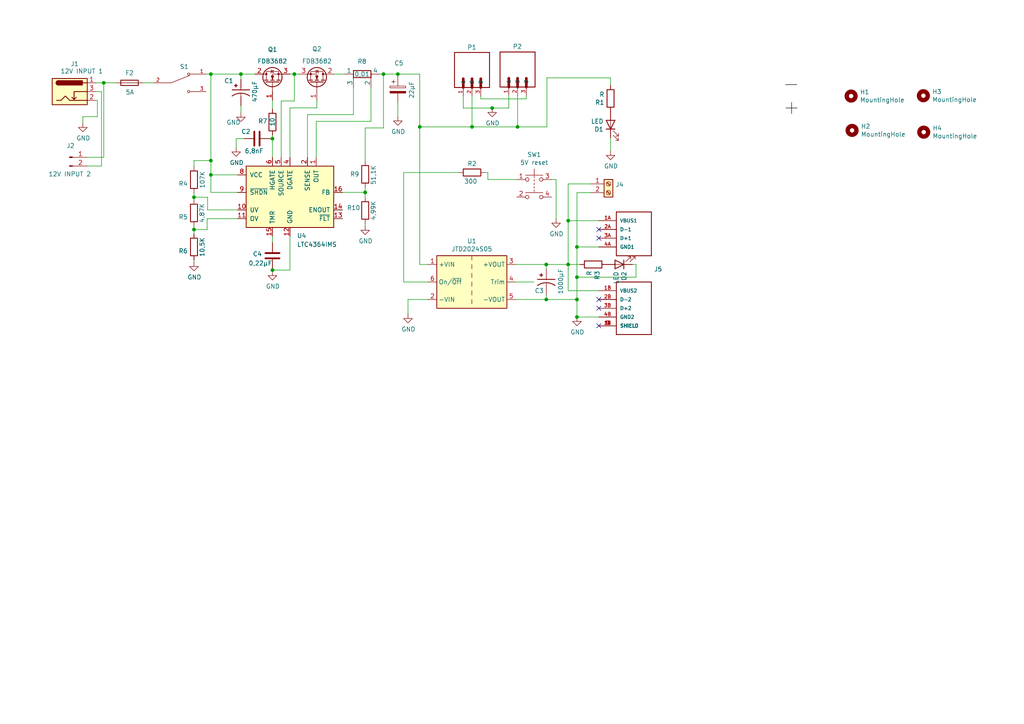
<source format=kicad_sch>
(kicad_sch (version 20211123) (generator eeschema)
  (paper "A4")
  (lib_symbols
    (symbol "100SP1T1B4M2QE:100SP1T1B4M2QE" (pin_names (offset 1.016) hide)
      (property "Reference" "S" (at -2.54 5.08 0))
      (property "Value" "100SP1T1B4M2QE" (at -2.54 -5.08 0))
      (symbol "100SP1T1B4M2QE_0_0"
        (polyline (pts (xy -2.54 0) (xy -5.08 0)) (stroke (width 0.1524)))
        (polyline (pts (xy -2.54 0) (xy 2.794 2.1336)) (stroke (width 0.1524)))
        (polyline (pts (xy 5.08 -2.54) (xy 2.921 -2.54)) (stroke (width 0.1524)))
        (polyline (pts (xy 5.08 2.54) (xy 2.921 2.54)) (stroke (width 0.1524)))
        (circle (center 2.54 -2.54) (radius 0.3302) (stroke (width 0.1524)))
        (circle (center 2.54 2.54) (radius 0.3302) (stroke (width 0.1524)))
        (pin passive line (at 7.62 2.54 180) (length 2.54) (name "~") (number "1"))
        (pin passive line (at -7.62 0 0) (length 2.54) (name "~") (number "2"))
        (pin passive line (at 7.62 -2.54 180) (length 2.54) (name "~") (number "3"))
      )
    )
    (symbol "Connector:Barrel_Jack_Switch" (pin_names hide)
      (property "Reference" "J" (at 0 5.334 0))
      (property "Value" "Barrel_Jack_Switch" (at 0 -5.08 0))
      (symbol "Barrel_Jack_Switch_0_1"
        (rectangle (start -5.08 3.81) (end 5.08 -3.81) (stroke (width 0.254)) (fill (type background)))
        (arc (start -3.302 3.175) (mid -3.937 2.54) (end -3.302 1.905) (stroke (width 0.254)))
        (arc (start -3.302 3.175) (mid -3.937 2.54) (end -3.302 1.905) (stroke (width 0.254)) (fill (type outline)))
        (polyline (pts (xy 1.27 -2.286) (xy 1.905 -1.651)) (stroke (width 0.254)))
        (polyline (pts (xy 5.08 2.54) (xy 3.81 2.54)) (stroke (width 0.254)))
        (polyline (pts (xy 5.08 0) (xy 1.27 0) (xy 1.27 -2.286) (xy 0.635 -1.651)) (stroke (width 0.254)))
        (polyline (pts (xy -3.81 -2.54) (xy -2.54 -2.54) (xy -1.27 -1.27) (xy 0 -2.54) (xy 2.54 -2.54) (xy 5.08 -2.54)) (stroke (width 0.254)))
        (rectangle (start 3.683 3.175) (end -3.302 1.905) (stroke (width 0.254)) (fill (type outline)))
      )
      (symbol "Barrel_Jack_Switch_1_1"
        (pin passive line (at 7.62 2.54 180) (length 2.54) (name "~") (number "1"))
        (pin passive line (at 7.62 -2.54 180) (length 2.54) (name "~") (number "2"))
        (pin passive line (at 7.62 0 180) (length 2.54) (name "~") (number "3"))
      )
    )
    (symbol "Connector:Conn_01x02_Male" (pin_names (offset 1.016) hide)
      (property "Reference" "J" (at 0 2.54 0))
      (property "Value" "Conn_01x02_Male" (at 0 -5.08 0))
      (symbol "Conn_01x02_Male_1_1"
        (polyline (pts (xy 1.27 -2.54) (xy 0.8636 -2.54)) (stroke (width 0.1524)))
        (polyline (pts (xy 1.27 0) (xy 0.8636 0)) (stroke (width 0.1524)))
        (rectangle (start 0.8636 -2.413) (end 0 -2.667) (stroke (width 0.1524)) (fill (type outline)))
        (rectangle (start 0.8636 0.127) (end 0 -0.127) (stroke (width 0.1524)) (fill (type outline)))
        (pin passive line (at 5.08 0 180) (length 3.81) (name "Pin_1") (number "1"))
        (pin passive line (at 5.08 -2.54 180) (length 3.81) (name "Pin_2") (number "2"))
      )
    )
    (symbol "Connector:Screw_Terminal_01x02" (pin_names (offset 1.016) hide)
      (property "Reference" "J" (at 0 2.54 0))
      (property "Value" "Screw_Terminal_01x02" (at 0 -5.08 0))
      (symbol "Screw_Terminal_01x02_1_1"
        (rectangle (start -1.27 1.27) (end 1.27 -3.81) (stroke (width 0.254)) (fill (type background)))
        (circle (center 0 -2.54) (radius 0.635) (stroke (width 0.1524)))
        (polyline (pts (xy -0.5334 -2.2098) (xy 0.3302 -3.048)) (stroke (width 0.1524)))
        (polyline (pts (xy -0.5334 0.3302) (xy 0.3302 -0.508)) (stroke (width 0.1524)))
        (polyline (pts (xy -0.3556 -2.032) (xy 0.508 -2.8702)) (stroke (width 0.1524)))
        (polyline (pts (xy -0.3556 0.508) (xy 0.508 -0.3302)) (stroke (width 0.1524)))
        (circle (center 0 0) (radius 0.635) (stroke (width 0.1524)))
        (pin passive line (at -5.08 0 0) (length 3.81) (name "Pin_1") (number "1"))
        (pin passive line (at -5.08 -2.54 0) (length 3.81) (name "Pin_2") (number "2"))
      )
    )
    (symbol "Converter_DCDC:JTD2024S05"
      (property "Reference" "U" (at -8.89 8.89 0))
      (property "Value" "JTD2024S05" (at 8.89 8.89 0))
      (symbol "JTD2024S05_0_1"
        (rectangle (start -10.16 7.62) (end 10.16 -7.62) (stroke (width 0.254)) (fill (type background)))
        (polyline (pts (xy 0 -5.08) (xy 0 -6.35)))
        (polyline (pts (xy 0 -2.54) (xy 0 -3.81)))
        (polyline (pts (xy 0 0) (xy 0 -1.27)))
        (polyline (pts (xy 0 2.54) (xy 0 1.27)))
        (polyline (pts (xy 0 5.08) (xy 0 3.81)))
        (polyline (pts (xy 0 7.62) (xy 0 6.35)))
      )
      (symbol "JTD2024S05_1_1"
        (pin power_in line (at -12.7 5.08 0) (length 2.54) (name "+VIN") (number "1"))
        (pin power_in line (at -12.7 -5.08 0) (length 2.54) (name "-VIN") (number "2"))
        (pin power_out line (at 12.7 5.08 180) (length 2.54) (name "+VOUT") (number "3"))
        (pin input line (at 12.7 0 180) (length 2.54) (name "Trim") (number "4"))
        (pin power_out line (at 12.7 -5.08 180) (length 2.54) (name "-VOUT") (number "5"))
        (pin input line (at -12.7 0 0) (length 2.54) (name "On/~{Off}") (number "6"))
      )
    )
    (symbol "Device:C" (pin_numbers hide) (pin_names (offset 0.254))
      (property "Reference" "C" (at 0.635 2.54 0))
      (property "Value" "C" (at 0.635 -2.54 0))
      (symbol "C_0_1"
        (polyline (pts (xy -2.032 -0.762) (xy 2.032 -0.762)) (stroke (width 0.508)))
        (polyline (pts (xy -2.032 0.762) (xy 2.032 0.762)) (stroke (width 0.508)))
      )
      (symbol "C_1_1"
        (pin passive line (at 0 3.81 270) (length 2.794) (name "~") (number "1"))
        (pin passive line (at 0 -3.81 90) (length 2.794) (name "~") (number "2"))
      )
    )
    (symbol "Device:C_Polarized" (pin_numbers hide) (pin_names (offset 0.254))
      (property "Reference" "C" (at 0.635 2.54 0))
      (property "Value" "C_Polarized" (at 0.635 -2.54 0))
      (symbol "C_Polarized_0_1"
        (rectangle (start -2.286 0.508) (end 2.286 1.016))
        (polyline (pts (xy -1.778 2.286) (xy -0.762 2.286)))
        (polyline (pts (xy -1.27 2.794) (xy -1.27 1.778)))
        (rectangle (start 2.286 -0.508) (end -2.286 -1.016) (fill (type outline)))
      )
      (symbol "C_Polarized_1_1"
        (pin passive line (at 0 3.81 270) (length 2.794) (name "~") (number "1"))
        (pin passive line (at 0 -3.81 90) (length 2.794) (name "~") (number "2"))
      )
    )
    (symbol "Device:Fuse" (pin_numbers hide) (pin_names (offset 0))
      (property "Reference" "F" (at 2.032 0 90))
      (property "Value" "Fuse" (at -1.905 0 90))
      (symbol "Fuse_0_1"
        (rectangle (start -0.762 -2.54) (end 0.762 2.54) (stroke (width 0.254)))
        (polyline (pts (xy 0 2.54) (xy 0 -2.54)))
      )
      (symbol "Fuse_1_1"
        (pin passive line (at 0 3.81 270) (length 1.27) (name "~") (number "1"))
        (pin passive line (at 0 -3.81 90) (length 1.27) (name "~") (number "2"))
      )
    )
    (symbol "Device:LED" (pin_numbers hide) (pin_names (offset 1.016) hide)
      (property "Reference" "D" (at 0 2.54 0))
      (property "Value" "LED" (at 0 -2.54 0))
      (symbol "LED_0_1"
        (polyline (pts (xy -1.27 -1.27) (xy -1.27 1.27)) (stroke (width 0.254)))
        (polyline (pts (xy -1.27 0) (xy 1.27 0)))
        (polyline (pts (xy 1.27 -1.27) (xy 1.27 1.27) (xy -1.27 0) (xy 1.27 -1.27)) (stroke (width 0.254)))
        (polyline (pts (xy -3.048 -0.762) (xy -4.572 -2.286) (xy -3.81 -2.286) (xy -4.572 -2.286) (xy -4.572 -1.524)))
        (polyline (pts (xy -1.778 -0.762) (xy -3.302 -2.286) (xy -2.54 -2.286) (xy -3.302 -2.286) (xy -3.302 -1.524)))
      )
      (symbol "LED_1_1"
        (pin passive line (at -3.81 0 0) (length 2.54) (name "K") (number "1"))
        (pin passive line (at 3.81 0 180) (length 2.54) (name "A") (number "2"))
      )
    )
    (symbol "Device:Q_NMOS_GDS" (pin_names (offset 0) hide)
      (property "Reference" "Q" (at 5.08 1.27 0))
      (property "Value" "Q_NMOS_GDS" (at 5.08 -1.27 0))
      (symbol "Q_NMOS_GDS_0_1"
        (polyline (pts (xy 0.254 0) (xy -2.54 0)))
        (polyline (pts (xy 0.254 1.905) (xy 0.254 -1.905)) (stroke (width 0.254)))
        (polyline (pts (xy 0.762 -1.27) (xy 0.762 -2.286)) (stroke (width 0.254)))
        (polyline (pts (xy 0.762 0.508) (xy 0.762 -0.508)) (stroke (width 0.254)))
        (polyline (pts (xy 0.762 2.286) (xy 0.762 1.27)) (stroke (width 0.254)))
        (polyline (pts (xy 2.54 2.54) (xy 2.54 1.778)))
        (polyline (pts (xy 2.54 -2.54) (xy 2.54 0) (xy 0.762 0)))
        (polyline (pts (xy 0.762 -1.778) (xy 3.302 -1.778) (xy 3.302 1.778) (xy 0.762 1.778)))
        (polyline (pts (xy 1.016 0) (xy 2.032 0.381) (xy 2.032 -0.381) (xy 1.016 0)) (fill (type outline)))
        (polyline (pts (xy 2.794 0.508) (xy 2.921 0.381) (xy 3.683 0.381) (xy 3.81 0.254)))
        (polyline (pts (xy 3.302 0.381) (xy 2.921 -0.254) (xy 3.683 -0.254) (xy 3.302 0.381)))
        (circle (center 1.651 0) (radius 2.794) (stroke (width 0.254)))
        (circle (center 2.54 -1.778) (radius 0.254) (fill (type outline)))
        (circle (center 2.54 1.778) (radius 0.254) (fill (type outline)))
      )
      (symbol "Q_NMOS_GDS_1_1"
        (pin input line (at -5.08 0 0) (length 2.54) (name "G") (number "1"))
        (pin passive line (at 2.54 5.08 270) (length 2.54) (name "D") (number "2"))
        (pin passive line (at 2.54 -5.08 90) (length 2.54) (name "S") (number "3"))
      )
    )
    (symbol "Device:R" (pin_numbers hide) (pin_names (offset 0))
      (property "Reference" "R" (at 2.032 0 90))
      (property "Value" "R" (at 0 0 90))
      (symbol "R_0_1"
        (rectangle (start -1.016 -2.54) (end 1.016 2.54) (stroke (width 0.254)))
      )
      (symbol "R_1_1"
        (pin passive line (at 0 3.81 270) (length 1.27) (name "~") (number "1"))
        (pin passive line (at 0 -3.81 90) (length 1.27) (name "~") (number "2"))
      )
    )
    (symbol "EEEFK1A222AQ:EEEFK1A222AQ" (pin_numbers hide) (pin_names (offset 1.016) hide)
      (property "Reference" "C" (at -2.54 3.81 0))
      (property "Value" "EEEFK1A222AQ" (at -2.54 -5.08 0))
      (symbol "EEEFK1A222AQ_0_0"
        (rectangle (start -1.1684 -1.524) (end -0.2794 -1.397) (fill (type outline)))
        (rectangle (start -0.7874 -1.905) (end -0.6604 -1.016) (fill (type outline)))
        (polyline (pts (xy 0 0) (xy 0.508 0)) (stroke (width 0.1524)))
        (polyline (pts (xy 0.508 0) (xy 0.508 -2.54)) (stroke (width 0.254)))
        (polyline (pts (xy 0.508 2.54) (xy 0.508 0)) (stroke (width 0.254)))
        (polyline (pts (xy 2.54 0) (xy 1.524 0)) (stroke (width 0.1524)))
        (arc (start 2.286 2.54) (mid 1.486 0) (end 2.286 -2.54) (stroke (width 0.254)))
        (pin passive line (at -2.54 0 0) (length 2.54) (name "~") (number "1"))
        (pin passive line (at 5.08 0 180) (length 2.54) (name "~") (number "2"))
      )
    )
    (symbol "Mechanical:MountingHole" (pin_names (offset 1.016))
      (property "Reference" "H" (at 0 5.08 0))
      (property "Value" "MountingHole" (at 0 3.175 0))
      (symbol "MountingHole_0_1"
        (circle (center 0 0) (radius 1.27) (stroke (width 1.27)))
      )
    )
    (symbol "Molex:39-30-1039" (pin_names (offset 1.016))
      (property "Reference" "P" (at -5.08 5.08 0))
      (property "Value" "Molex_39-30-1039" (at -5.1054 -7.6454 0))
      (symbol "39-30-1039_0_0"
        (polyline (pts (xy -5.08 -5.08) (xy 5.08 -5.08)) (stroke (width 0.254)))
        (polyline (pts (xy -5.08 -2.54) (xy -5.08 -5.08)) (stroke (width 0.254)))
        (polyline (pts (xy -5.08 -2.54) (xy -2.54 -2.54)) (stroke (width 0.762)))
        (polyline (pts (xy -5.08 0) (xy -5.08 -2.54)) (stroke (width 0.254)))
        (polyline (pts (xy -5.08 0) (xy -2.54 0)) (stroke (width 0.762)))
        (polyline (pts (xy -5.08 2.54) (xy -5.08 0)) (stroke (width 0.254)))
        (polyline (pts (xy -5.08 2.54) (xy -2.54 2.54)) (stroke (width 0.762)))
        (polyline (pts (xy -5.08 5.08) (xy -5.08 2.54)) (stroke (width 0.254)))
        (polyline (pts (xy 5.08 -5.08) (xy 5.08 5.08)) (stroke (width 0.254)))
        (polyline (pts (xy 5.08 5.08) (xy -5.08 5.08)) (stroke (width 0.254)))
        (pin passive line (at -7.62 2.54 0) (length 2.54) (name "1") (number "1"))
        (pin passive line (at -7.62 0 0) (length 2.54) (name "2") (number "2"))
        (pin passive line (at -7.62 -2.54 0) (length 2.54) (name "3") (number "3"))
      )
    )
    (symbol "Power_Management:LTC4364IMS" (pin_names (offset 1.016))
      (property "Reference" "U" (at -11.43 8.89 0))
      (property "Value" "LTC4364IMS" (at 10.16 -11.43 0))
      (symbol "LTC4364IMS_0_1"
        (rectangle (start -12.7 7.62) (end 12.7 -10.16) (stroke (width 0.254)) (fill (type background)))
      )
      (symbol "LTC4364IMS_1_1"
        (pin input line (at 7.62 10.16 270) (length 2.54) (name "OUT") (number "1"))
        (pin input line (at -15.24 -5.08 0) (length 2.54) (name "UV") (number "10"))
        (pin input line (at -15.24 -7.62 0) (length 2.54) (name "OV") (number "11"))
        (pin power_in line (at 0 -12.7 90) (length 2.54) (name "GND") (number "12"))
        (pin open_collector line (at 15.24 -7.62 180) (length 2.54) (name "~{FLT}") (number "13"))
        (pin open_collector line (at 15.24 -5.08 180) (length 2.54) (name "ENOUT") (number "14"))
        (pin input line (at -5.08 -12.7 90) (length 2.54) (name "TMR") (number "15"))
        (pin input line (at 15.24 0 180) (length 2.54) (name "FB") (number "16"))
        (pin input line (at 5.08 10.16 270) (length 2.54) (name "SENSE") (number "2"))
        (pin no_connect line (at 15.24 2.54 180) (length 2.54) hide (name "NC") (number "3"))
        (pin output line (at 0 10.16 270) (length 2.54) (name "DGATE") (number "4"))
        (pin input line (at -2.54 10.16 270) (length 2.54) (name "SOURCE") (number "5"))
        (pin output line (at -5.08 10.16 270) (length 2.54) (name "HGATE") (number "6"))
        (pin no_connect line (at 15.24 5.08 180) (length 2.54) hide (name "NC") (number "7"))
        (pin power_in line (at -15.24 5.08 0) (length 2.54) (name "VCC") (number "8"))
        (pin input line (at -15.24 0 0) (length 2.54) (name "~{SHDN}") (number "9"))
      )
    )
    (symbol "R_Shunt_1" (pin_numbers hide) (pin_names (offset 0))
      (property "Reference" "R" (at -4.445 0 90))
      (property "Value" "R_Shunt_1" (at -2.54 0 90))
      (symbol "R_Shunt_1_0_1"
        (rectangle (start -1.016 -2.54) (end 1.016 2.54) (stroke (width 0.254)))
        (polyline (pts (xy 0 -2.54) (xy 1.27 -2.54)))
        (polyline (pts (xy 1.27 2.54) (xy 0 2.54)))
      )
      (symbol "R_Shunt_1_1_1"
        (pin passive line (at 0 -5.08 90) (length 2.54) (name "1") (number "1"))
        (pin passive line (at 3.81 2.54 180) (length 2.54) (name "2") (number "2"))
        (pin passive line (at 3.81 -2.54 180) (length 2.54) (name "3") (number "3"))
        (pin passive line (at 0 5.08 270) (length 2.54) (name "4") (number "4"))
      )
    )
    (symbol "Switch:SW_Push_Dual" (pin_names (offset 1.016) hide)
      (property "Reference" "SW" (at 1.27 2.54 0))
      (property "Value" "SW_Push_Dual" (at 0 -6.858 0))
      (symbol "SW_Push_Dual_0_1"
        (circle (center -2.032 -5.08) (radius 0.508))
        (circle (center -2.032 0) (radius 0.508))
        (polyline (pts (xy 0 -3.048) (xy 0 -3.556)))
        (polyline (pts (xy 0 -2.032) (xy 0 -2.54)))
        (polyline (pts (xy 0 -1.524) (xy 0 -1.016)))
        (polyline (pts (xy 0 -0.508) (xy 0 0)))
        (polyline (pts (xy 0 0.508) (xy 0 1.016)))
        (polyline (pts (xy 0 1.27) (xy 0 3.048)))
        (polyline (pts (xy 2.54 -3.81) (xy -2.54 -3.81)))
        (polyline (pts (xy 2.54 1.27) (xy -2.54 1.27)))
        (circle (center 2.032 -5.08) (radius 0.508))
        (circle (center 2.032 0) (radius 0.508))
        (pin passive line (at -5.08 0 0) (length 2.54) (name "1") (number "1"))
        (pin passive line (at -5.08 -5.08 0) (length 2.54) (name "2") (number "2"))
        (pin passive line (at 5.08 0 180) (length 2.54) (name "3") (number "3"))
        (pin passive line (at 5.08 -5.08 180) (length 2.54) (name "4") (number "4"))
      )
    )
    (symbol "USB1035-XX-X-X-X-B_REVE:USB1035-XX-X-X-X-B_REVE" (pin_names (offset 1.016))
      (property "Reference" "J" (at -5.08 18.3134 0))
      (property "Value" "USB1035-XX-X-X-X-B_REVE" (at -5.08 -20.3454 0))
      (symbol "USB1035-XX-X-X-X-B_REVE_0_0"
        (polyline (pts (xy -5.08 -17.78) (xy -5.08 -2.54)) (stroke (width 0.254)))
        (polyline (pts (xy -5.08 -2.54) (xy 5.08 -2.54)) (stroke (width 0.254)))
        (polyline (pts (xy -5.08 5.08) (xy -5.08 17.78)) (stroke (width 0.254)))
        (polyline (pts (xy -5.08 17.78) (xy 5.08 17.78)) (stroke (width 0.254)))
        (polyline (pts (xy 5.08 -17.78) (xy -5.08 -17.78)) (stroke (width 0.254)))
        (polyline (pts (xy 5.08 -2.54) (xy 5.08 -17.78)) (stroke (width 0.254)))
        (polyline (pts (xy 5.08 5.08) (xy -5.08 5.08)) (stroke (width 0.254)))
        (polyline (pts (xy 5.08 17.78) (xy 5.08 5.08)) (stroke (width 0.254)))
        (pin power_in line (at -10.16 -15.24 0) (length 5.08) (name "SHIELD") (number "10"))
        (pin power_in line (at -10.16 -15.24 0) (length 5.08) (name "SHIELD") (number "11"))
        (pin power_in line (at -10.16 -15.24 0) (length 5.08) (name "SHIELD") (number "12"))
        (pin power_in line (at -10.16 15.24 0) (length 5.08) (name "VBUS1") (number "1A"))
        (pin power_in line (at -10.16 -5.08 0) (length 5.08) (name "VBUS2") (number "1B"))
        (pin bidirectional line (at -10.16 12.7 0) (length 5.08) (name "D-1") (number "2A"))
        (pin bidirectional line (at -10.16 -7.62 0) (length 5.08) (name "D-2") (number "2B"))
        (pin bidirectional line (at -10.16 10.16 0) (length 5.08) (name "D+1") (number "3A"))
        (pin bidirectional line (at -10.16 -10.16 0) (length 5.08) (name "D+2") (number "3B"))
        (pin power_in line (at -10.16 7.62 0) (length 5.08) (name "GND1") (number "4A"))
        (pin power_in line (at -10.16 -12.7 0) (length 5.08) (name "GND2") (number "4B"))
        (pin power_in line (at -10.16 -15.24 0) (length 5.08) (name "SHIELD") (number "9"))
      )
    )
    (symbol "power:GND" (power) (pin_names (offset 0))
      (property "Value" "GND" (at 0 -3.81 0))
      (symbol "GND_0_1"
        (polyline (pts (xy 0 0) (xy 0 -1.27) (xy 1.27 -1.27) (xy 0 -2.54) (xy -1.27 -1.27) (xy 0 -1.27)))
      )
      (symbol "GND_1_1"
        (pin power_in line (at 0 0 270) (length 0) hide (name "GND") (number "1"))
      )
    )
  )
  (junction (at 105.918 55.8038))
  (junction (at 30.099 24.0284))
  (junction (at 61.1632 21.4884))
  (junction (at 164.7952 64.008))
  (junction (at 142.748 31.3436))
  (junction (at 158.4452 86.868))
  (junction (at 111.2266 21.4884))
  (junction (at 79.0194 78.3336))
  (junction (at 85.3694 21.4884))
  (junction (at 121.7422 36.8046))
  (junction (at 69.8754 21.4884))
  (junction (at 115.3922 21.4884))
  (junction (at 158.4452 76.708))
  (junction (at 167.3352 86.868))
  (junction (at 61.1632 46.5836))
  (junction (at 167.3352 71.628))
  (junction (at 150.114 36.8046))
  (junction (at 164.7952 76.708))
  (junction (at 167.3352 80.391))
  (junction (at 61.1632 50.7238))
  (junction (at 56.261 57.2008))
  (junction (at 56.261 66.5734))
  (junction (at 167.3352 91.948))
  (junction (at 79.0194 40.2082))
  (junction (at 136.906 36.8046))
  (no_connect (at 173.6852 69.088))
  (no_connect (at 173.6852 94.488))
  (no_connect (at 173.6852 89.408))
  (no_connect (at 173.6852 66.548))
  (no_connect (at 173.6852 86.868))
  (wire (pts (xy 171.3992 53.34) (xy 164.7952 53.34)))
  (wire (pts (xy 91.7194 45.6438) (xy 91.7194 35.2044)))
  (wire (pts (xy 152.654 28.6766) (xy 152.654 27.7876)))
  (wire (pts (xy 89.1794 33.2486) (xy 89.1794 45.6438)))
  (wire (pts (xy 164.7952 76.708) (xy 164.7952 64.008)))
  (wire (pts (xy 69.8754 30.6324) (xy 69.8754 32.7152)))
  (wire (pts (xy 60.071 63.4238) (xy 60.071 66.5734)))
  (wire (pts (xy 121.7422 21.4884) (xy 121.7422 36.8046)))
  (wire (pts (xy 24.0284 33.8328) (xy 28.2448 33.8328)))
  (wire (pts (xy 167.3352 80.391) (xy 167.3352 86.868)))
  (wire (pts (xy 68.5038 40.2082) (xy 70.7136 40.2082)))
  (wire (pts (xy 124.1552 86.868) (xy 118.3386 86.868)))
  (wire (pts (xy 61.1632 21.4884) (xy 69.8754 21.4884)))
  (wire (pts (xy 79.0194 40.2082) (xy 79.0194 45.6438)))
  (wire (pts (xy 136.906 27.9146) (xy 136.906 36.8046)))
  (wire (pts (xy 117.094 81.788) (xy 124.1552 81.788)))
  (wire (pts (xy 136.906 36.8046) (xy 150.114 36.8046)))
  (wire (pts (xy 134.366 31.3436) (xy 142.748 31.3436)))
  (wire (pts (xy 78.3336 40.2082) (xy 79.0194 40.2082)))
  (wire (pts (xy 56.261 57.2008) (xy 56.261 57.9628)))
  (wire (pts (xy 158.623 22.5806) (xy 177.0888 22.5806)))
  (wire (pts (xy 139.446 27.9146) (xy 139.446 28.6766)))
  (wire (pts (xy 121.7422 21.4884) (xy 115.3922 21.4884)))
  (wire (pts (xy 111.2266 21.4884) (xy 115.3922 21.4884)))
  (wire (pts (xy 84.0994 21.4884) (xy 85.3694 21.4884)))
  (wire (pts (xy 167.3352 71.628) (xy 167.3352 80.391)))
  (wire (pts (xy 27.8384 26.5684) (xy 29.4386 26.5684)))
  (wire (pts (xy 91.7194 35.2044) (xy 107.5944 35.2044)))
  (wire (pts (xy 117.094 50.038) (xy 117.094 81.788)))
  (wire (pts (xy 139.446 28.6766) (xy 152.654 28.6766)))
  (wire (pts (xy 84.0994 45.6438) (xy 84.0994 31.2928)))
  (wire (pts (xy 167.3352 71.628) (xy 173.6852 71.628)))
  (wire (pts (xy 142.748 31.3436) (xy 147.574 31.3436)))
  (wire (pts (xy 28.2448 29.1084) (xy 28.2448 33.8328)))
  (wire (pts (xy 68.5038 40.2082) (xy 68.5038 42.799)))
  (wire (pts (xy 134.366 27.9146) (xy 134.366 31.3436)))
  (wire (pts (xy 56.261 65.5828) (xy 56.261 66.5734)))
  (wire (pts (xy 141.5034 52.07) (xy 149.86 52.07)))
  (wire (pts (xy 105.918 37.1094) (xy 111.2266 37.1094)))
  (wire (pts (xy 105.918 46.7614) (xy 105.918 37.1094)))
  (wire (pts (xy 164.7952 84.328) (xy 164.7952 76.708)))
  (wire (pts (xy 29.4386 26.5684) (xy 29.4386 48.1584)))
  (wire (pts (xy 79.0194 78.3336) (xy 84.0994 78.3336)))
  (wire (pts (xy 56.261 57.2008) (xy 60.198 57.2008)))
  (wire (pts (xy 61.1632 50.7238) (xy 61.1632 55.8038)))
  (wire (pts (xy 184.4802 76.708) (xy 184.4802 80.391)))
  (wire (pts (xy 149.5552 81.788) (xy 154.8892 81.788)))
  (wire (pts (xy 68.8594 60.8838) (xy 60.198 60.8838)))
  (wire (pts (xy 141.5034 50.038) (xy 141.5034 52.07)))
  (wire (pts (xy 164.7952 64.008) (xy 173.6852 64.008)))
  (wire (pts (xy 25.2222 45.6184) (xy 30.099 45.6184)))
  (wire (pts (xy 167.3352 91.948) (xy 173.6852 91.948)))
  (wire (pts (xy 79.0194 68.5038) (xy 79.0194 70.358)))
  (wire (pts (xy 105.918 55.8038) (xy 105.918 57.2262)))
  (wire (pts (xy 105.918 55.8038) (xy 99.3394 55.8038)))
  (wire (pts (xy 79.0194 29.1084) (xy 79.0194 31.5976)))
  (wire (pts (xy 56.261 48.3108) (xy 56.261 46.5836)))
  (wire (pts (xy 121.7422 36.8046) (xy 136.906 36.8046)))
  (wire (pts (xy 68.8594 63.4238) (xy 60.071 63.4238)))
  (wire (pts (xy 150.114 36.8046) (xy 158.623 36.8046)))
  (wire (pts (xy 111.2266 37.1094) (xy 111.2266 21.4884)))
  (wire (pts (xy 27.8384 29.1084) (xy 28.2448 29.1084)))
  (wire (pts (xy 160.02 52.07) (xy 161.29 52.07)))
  (wire (pts (xy 89.1794 33.2486) (xy 102.5144 33.2486)))
  (wire (pts (xy 79.0194 39.2176) (xy 79.0194 40.2082)))
  (wire (pts (xy 121.7422 36.8046) (xy 121.7422 76.708)))
  (wire (pts (xy 41.3766 24.0284) (xy 44.5516 24.0284)))
  (wire (pts (xy 149.5552 76.708) (xy 158.4452 76.708)))
  (wire (pts (xy 59.7916 21.4884) (xy 61.1632 21.4884)))
  (wire (pts (xy 24.0284 33.8328) (xy 24.0284 35.687)))
  (wire (pts (xy 164.7952 53.34) (xy 164.7952 64.008)))
  (wire (pts (xy 69.8754 21.4884) (xy 69.8754 23.0124)))
  (wire (pts (xy 61.1632 55.8038) (xy 68.8594 55.8038)))
  (wire (pts (xy 61.1632 46.5836) (xy 61.1632 50.7238)))
  (wire (pts (xy 149.5552 86.868) (xy 158.4452 86.868)))
  (wire (pts (xy 69.8754 21.4884) (xy 73.9394 21.4884)))
  (wire (pts (xy 115.3922 21.4884) (xy 115.3922 22.1742)))
  (wire (pts (xy 161.29 52.07) (xy 161.29 63.4492)))
  (wire (pts (xy 158.4452 85.598) (xy 158.4452 86.868)))
  (wire (pts (xy 60.198 60.8838) (xy 60.198 57.2008)))
  (wire (pts (xy 85.3694 29.2862) (xy 85.3694 21.4884)))
  (wire (pts (xy 84.0994 68.5038) (xy 84.0994 78.3336)))
  (wire (pts (xy 140.716 50.038) (xy 141.5034 50.038)))
  (wire (pts (xy 61.1632 21.4884) (xy 61.1632 46.5836)))
  (wire (pts (xy 167.3352 55.88) (xy 167.3352 71.628)))
  (wire (pts (xy 107.5944 25.2984) (xy 107.5944 35.2044)))
  (wire (pts (xy 56.261 66.5734) (xy 56.261 67.818)))
  (wire (pts (xy 105.918 64.8462) (xy 105.918 65.5066)))
  (wire (pts (xy 81.5594 29.2862) (xy 85.3694 29.2862)))
  (wire (pts (xy 167.3352 86.868) (xy 167.3352 91.948)))
  (wire (pts (xy 25.2222 48.1584) (xy 29.4386 48.1584)))
  (wire (pts (xy 79.0194 77.978) (xy 79.0194 78.3336)))
  (wire (pts (xy 56.261 75.438) (xy 56.261 76.0222)))
  (wire (pts (xy 183.4642 76.708) (xy 184.4802 76.708)))
  (wire (pts (xy 118.3386 86.868) (xy 118.3386 91.1098)))
  (wire (pts (xy 164.7952 76.708) (xy 168.2242 76.708)))
  (wire (pts (xy 96.9772 21.4884) (xy 99.9744 21.4884)))
  (wire (pts (xy 105.918 54.3814) (xy 105.918 55.8038)))
  (wire (pts (xy 147.574 27.7876) (xy 147.574 31.3436)))
  (wire (pts (xy 85.3694 21.4884) (xy 86.8172 21.4884)))
  (wire (pts (xy 30.099 24.0284) (xy 33.7566 24.0284)))
  (wire (pts (xy 184.4802 80.391) (xy 167.3352 80.391)))
  (wire (pts (xy 115.3922 29.7942) (xy 115.3922 33.8074)))
  (wire (pts (xy 171.3992 55.88) (xy 167.3352 55.88)))
  (wire (pts (xy 177.0888 22.5806) (xy 177.0888 24.7396)))
  (wire (pts (xy 91.8972 31.2928) (xy 84.0994 31.2928)))
  (wire (pts (xy 150.114 27.7876) (xy 150.114 36.8046)))
  (wire (pts (xy 158.623 22.5806) (xy 158.623 36.8046)))
  (wire (pts (xy 30.099 24.0284) (xy 30.099 45.6184)))
  (wire (pts (xy 158.4452 77.978) (xy 158.4452 76.708)))
  (wire (pts (xy 79.0194 78.3336) (xy 79.0194 78.6638)))
  (wire (pts (xy 81.5594 45.6438) (xy 81.5594 29.2862)))
  (wire (pts (xy 164.7952 84.328) (xy 173.6852 84.328)))
  (wire (pts (xy 56.261 46.5836) (xy 61.1632 46.5836)))
  (wire (pts (xy 27.8384 24.0284) (xy 30.099 24.0284)))
  (wire (pts (xy 61.1632 50.7238) (xy 68.8594 50.7238)))
  (wire (pts (xy 121.7422 76.708) (xy 124.1552 76.708)))
  (wire (pts (xy 60.071 66.5734) (xy 56.261 66.5734)))
  (wire (pts (xy 177.0888 39.9796) (xy 177.0888 43.7896)))
  (wire (pts (xy 158.4452 76.708) (xy 164.7952 76.708)))
  (wire (pts (xy 91.8972 29.1084) (xy 91.8972 31.2928)))
  (wire (pts (xy 110.1344 21.4884) (xy 111.2266 21.4884)))
  (wire (pts (xy 133.096 50.038) (xy 117.094 50.038)))
  (wire (pts (xy 158.4452 86.868) (xy 167.3352 86.868)))
  (wire (pts (xy 56.261 55.9308) (xy 56.261 57.2008)))
  (wire (pts (xy 102.5144 25.2984) (xy 102.5144 33.2486)))
  (label "+" (at 226.8474 34.6456 0) (effects (font (size 4.2672 4.2672))))
  (label "-" (at 226.7458 27.8638 0) (effects (font (size 4.2672 4.2672))))
  (symbol (lib_id "power:GND") (at 24.0284 35.687 0) (unit 1)
    (property "Reference" "#PWR02" (effects hide))
    (property "Value" "GND" (at 24.1554 40.0812 0))
  )
  (symbol (lib_id "power:GND") (at 161.29 63.4492 0) (unit 1)
    (property "Reference" "#PWR06" (effects hide))
    (property "Value" "GND" (at 161.417 67.8434 0))
  )
  (symbol (lib_id "Converter_DCDC:JTD2024S05") (at 136.8552 81.788 0) (unit 1)
    (property "Reference" "U1" (at 136.8552 69.9262 0))
    (property "Value" "JTD2024S05" (at 136.8552 72.2376 0))
    (property "Footprint" "Converter_DCDC:Converter_DCDC_XP_POWER_JTDxxxxxxx_THT" (effects hide))
    (property "Datasheet" "https://www.xppower.com/portals/0/pdfs/SF_JTD20.pdf" (effects hide))
  )
  (symbol (lib_id "Device:R") (at 136.906 50.038 90) (unit 1)
    (property "Reference" "R2" (at 138.2522 47.4726 90) (effects (justify left)))
    (property "Value" "300" (at 138.4554 52.6034 90) (effects (justify left)))
    (property "Footprint" "Resistor_SMD:R_0805_2012Metric_Pad1.15x1.40mm_HandSolder" (effects hide))
  )
  (symbol (lib_id "USB1035-XX-X-X-X-B_REVE:USB1035-XX-X-X-X-B_REVE") (at 183.8452 79.248 0) (unit 1)
    (property "Reference" "J5" (at 189.6872 78.0796 0) (effects (justify left)))
    (property "Value" "USB1035-XX-X-X-X-B_REVE" (effects hide))
    (property "Footprint" "Double_USB_A:GCT_USB1035-XX-X-X-X-B_REVE" (effects hide))
    (property "MANUFACTURER" "GCT" (effects hide))
  )
  (symbol (lib_id "100SP1T1B4M2QE:100SP1T1B4M2QE") (at 52.1716 24.0284 0) (unit 1)
    (property "Reference" "S1" (at 53.4416 19.3294 0))
    (property "Value" "100SP1T1B4M2QE" (effects hide))
    (property "Footprint" "Switch:SW_100SP1T1B4M2QE" (effects hide))
    (property "MAXIMUM_PACKAGE_HEIGHT" "29.68 mm" (effects hide))
    (property "PARTREV" "E" (effects hide))
    (property "MANUFACTURER" "E-Switch" (effects hide))
    (property "STANDARD" "Manufacturer Recommendations" (effects hide))
  )
  (symbol (lib_id "power:GND") (at 167.3352 91.948 0) (unit 1)
    (property "Reference" "#PWR07" (effects hide))
    (property "Value" "GND" (at 167.4622 96.3422 0))
  )
  (symbol (lib_id "Connector:Barrel_Jack_Switch") (at 20.2184 26.5684 0) (unit 1)
    (property "Reference" "J1" (at 21.6662 18.5166 0))
    (property "Value" "12V INPUT 1" (at 23.7236 20.6502 0))
    (property "Footprint" "Connector_BarrelJack:BarrelJack_Horizontal" (effects hide))
  )
  (symbol (lib_id "EEEFK1A222AQ:EEEFK1A222AQ") (at 158.4452 80.518 270) (unit 1)
    (property "Reference" "C3" (at 156.4132 84.328 90))
    (property "Value" "1000µF" (at 162.6362 81.6356 0))
    (property "Footprint" "Capacitor_THT:CP_Radial_D10.0mm_P5.00mm" (effects hide))
    (property "MAXIMUM_PACKAGE_HEIGHT" "13.5mm" (effects hide))
    (property "MANUFACTURER" "Panasonic" (effects hide))
    (property "PARTREV" "10-Oct-19" (effects hide))
    (property "STANDARD" "Manufacturer Recommendations" (effects hide))
  )
  (symbol (lib_id "Connector:Conn_01x02_Male") (at 20.1422 45.6184 0) (unit 1)
    (property "Reference" "J2" (at 20.4724 42.2656 0))
    (property "Value" "12V INPUT 2" (at 20.2438 50.4952 0))
    (property "Footprint" "Connector_Molex:Molex_Mini-Fit_Jr_5566-02A2_2x01_P4.20mm_Vertical" (effects hide))
  )
  (symbol (lib_id "Mechanical:MountingHole") (at 267.9192 38.3286 0) (unit 1)
    (property "Reference" "H4" (at 270.4592 37.1602 0) (effects (justify left)))
    (property "Value" "MountingHole" (at 270.4592 39.4716 0) (effects (justify left)))
    (property "Footprint" "MountingHole:MountingHole_3.2mm_M3" (effects hide))
  )
  (symbol (lib_id "Mechanical:MountingHole") (at 247.142 37.8206 0) (unit 1)
    (property "Reference" "H2" (at 249.682 36.6522 0) (effects (justify left)))
    (property "Value" "MountingHole" (at 249.682 38.9636 0) (effects (justify left)))
    (property "Footprint" "MountingHole:MountingHole_3.2mm_M3" (effects hide))
  )
  (symbol (lib_id "Mechanical:MountingHole") (at 246.8626 27.8638 0) (unit 1)
    (property "Reference" "H1" (at 249.4026 26.6954 0) (effects (justify left)))
    (property "Value" "MountingHole" (at 249.4026 29.0068 0) (effects (justify left)))
    (property "Footprint" "MountingHole:MountingHole_3.2mm_M3" (effects hide))
  )
  (symbol (lib_id "Mechanical:MountingHole") (at 267.8176 27.7622 0) (unit 1)
    (property "Reference" "H3" (at 270.3576 26.5938 0) (effects (justify left)))
    (property "Value" "MountingHole" (at 270.3576 28.9052 0) (effects (justify left)))
    (property "Footprint" "MountingHole:MountingHole_3.2mm_M3" (effects hide))
  )
  (symbol (lib_id "Connector:Screw_Terminal_01x02") (at 176.4792 53.34 0) (unit 1)
    (property "Reference" "J4" (at 178.5112 53.5432 0) (effects (justify left)))
    (property "Value" "Screw_Terminal_01x02" (effects hide))
    (property "Footprint" "TerminalBlock_Philmore:TerminalBlock_Philmore_TB132_1x02_P5.00mm_Horizontal" (effects hide))
  )
  (symbol (lib_id "Device:LED") (at 179.6542 76.708 180) (unit 1)
    (property "Reference" "D2" (at 181.0004 78.74 90) (effects (justify left)))
    (property "Value" "LED" (at 178.689 78.74 90) (effects (justify left)))
    (property "Footprint" "LED_SMD:LED_0805_2012Metric_Pad1.15x1.40mm_HandSolder" (effects hide))
  )
  (symbol (lib_id "Device:R") (at 172.0342 76.708 270) (unit 1)
    (property "Reference" "R3" (at 173.2026 78.486 0) (effects (justify left)))
    (property "Value" "R" (at 170.8912 78.486 0) (effects (justify left)))
    (property "Footprint" "Resistor_SMD:R_0805_2012Metric_Pad1.15x1.40mm_HandSolder" (effects hide))
  )
  (symbol (lib_id "Molex:39-30-1039") (at 136.906 20.2946 90) (unit 1)
    (property "Reference" "P1" (at 138.2268 13.716 90) (effects (justify left)))
    (property "Value" "39-30-1039" (effects hide))
    (property "Footprint" "MOLEX_39-30-1039" (effects hide))
    (property "MANUFACTURER" "MOLEX" (effects hide))
  )
  (symbol (lib_id "Molex:39-30-1039") (at 150.114 20.1676 90) (unit 1)
    (property "Reference" "P2" (at 151.4094 13.4874 90) (effects (justify left)))
    (property "Value" "39-30-1039" (effects hide))
    (property "Footprint" "MOLEX_39-30-1039" (effects hide))
    (property "MANUFACTURER" "MOLEX" (effects hide))
  )
  (symbol (lib_id "power:GND") (at 142.748 31.3436 0) (unit 1)
    (property "Reference" "#PWR01" (effects hide))
    (property "Value" "GND" (at 142.875 35.7378 0))
  )
  (symbol (lib_id "EEEFK1A222AQ:EEEFK1A222AQ") (at 69.8754 25.5524 270) (unit 1)
    (property "Reference" "C1" (at 66.3702 23.4442 90))
    (property "Value" "470µF" (at 73.8886 26.543 0))
    (property "Footprint" "Capacitor_THT:CP_Radial_D10.0mm_P5.00mm" (effects hide))
    (property "MAXIMUM_PACKAGE_HEIGHT" "13.5mm" (effects hide))
    (property "MANUFACTURER" "Panasonic" (effects hide))
    (property "PARTREV" "10-Oct-19" (effects hide))
    (property "STANDARD" "Manufacturer Recommendations" (effects hide))
  )
  (symbol (lib_id "power:GND") (at 69.8754 32.7152 0) (unit 1)
    (property "Reference" "#PWR04" (effects hide))
    (property "Value" "GND" (at 67.7164 35.5092 0))
  )
  (symbol (lib_id "Device:LED") (at 177.0888 36.1696 90) (unit 1)
    (property "Reference" "D1" (at 175.0568 37.5158 90) (effects (justify left)))
    (property "Value" "LED" (at 175.0568 35.2044 90) (effects (justify left)))
    (property "Footprint" "LED_SMD:LED_0805_2012Metric_Pad1.15x1.40mm_HandSolder" (effects hide))
  )
  (symbol (lib_id "Device:R") (at 177.0888 28.5496 180) (unit 1)
    (property "Reference" "R1" (at 175.3108 29.718 0) (effects (justify left)))
    (property "Value" "R" (at 175.3108 27.4066 0) (effects (justify left)))
    (property "Footprint" "Resistor_SMD:R_0805_2012Metric_Pad1.20x1.40mm_HandSolder" (effects hide))
  )
  (symbol (lib_id "power:GND") (at 177.0888 43.7896 0) (unit 1)
    (property "Reference" "#PWR03" (effects hide))
    (property "Value" "GND" (at 177.2158 48.1838 0))
  )
  (symbol (lib_id "Switch:SW_Push_Dual") (at 154.94 52.07 0) (unit 1)
    (property "Reference" "SW1" (at 154.94 44.831 0))
    (property "Value" "5V reset" (at 154.94 47.1424 0))
    (property "Footprint" "Button_Switch_SMD:SW_SPST_Omron_B3FS-100xP" (effects hide))
  )
  (symbol (lib_id "Device:C") (at 79.0194 74.168 180) (unit 1)
    (property "Reference" "C4" (at 73.3044 73.66 0) (effects (justify right)))
    (property "Value" "0,22µF" (at 72.0598 76.3524 0) (effects (justify right)))
    (property "Footprint" "Capacitor_SMD:C_0805_2012Metric_Pad1.18x1.45mm_HandSolder" (effects hide))
  )
  (symbol (lib_name "R_Shunt_1") (lib_id "Device:R_Shunt") (at 105.0544 21.4884 270) (unit 1)
    (property "Reference" "R8" (at 105.0036 17.8308 90))
    (property "Value" "0,01" (at 105.0036 21.5138 90))
    (property "Footprint" "Resistor_SMD:R_Shunt_Ohmite_LVK25" (effects hide))
  )
  (symbol (lib_id "power:GND") (at 79.0194 78.6638 0) (unit 1)
    (property "Reference" "#PWR0105" (effects hide))
    (property "Value" "GND" (at 79.1464 83.058 0))
  )
  (symbol (lib_id "power:GND") (at 115.3922 33.8074 0) (unit 1)
    (property "Reference" "#PWR0101" (effects hide))
    (property "Value" "GND" (at 115.5192 38.2016 0))
  )
  (symbol (lib_id "Device:C") (at 74.5236 40.2082 90) (unit 1)
    (property "Reference" "C2" (at 71.3232 38.1762 90))
    (property "Value" "6,8nF" (at 73.6854 43.7896 90))
    (property "Footprint" "Capacitor_SMD:C_0805_2012Metric_Pad1.18x1.45mm_HandSolder" (effects hide))
  )
  (symbol (lib_id "Device:R") (at 105.918 61.0362 180) (unit 1)
    (property "Reference" "R10" (at 104.521 60.2742 0) (effects (justify left)))
    (property "Value" "4,99K" (at 108.2802 58.2168 90) (effects (justify left)))
    (property "Footprint" "Resistor_SMD:R_0805_2012Metric_Pad1.20x1.40mm_HandSolder" (effects hide))
  )
  (symbol (lib_id "Device:Q_NMOS_GDS") (at 79.0194 24.0284 90) (unit 1)
    (property "Reference" "Q1" (at 80.4418 14.351 90) (effects (justify left)))
    (property "Value" "FDB3682" (at 83.312 17.7546 90) (effects (justify left)))
    (property "Footprint" "Package_TO_SOT_SMD:TO-263-2" (effects hide))
  )
  (symbol (lib_id "Device:R") (at 105.918 50.5714 180) (unit 1)
    (property "Reference" "R9" (at 104.2162 50.5206 0) (effects (justify left)))
    (property "Value" "51,1K" (at 108.3056 47.9044 90) (effects (justify left)))
    (property "Footprint" "Resistor_SMD:R_0805_2012Metric_Pad1.20x1.40mm_HandSolder" (effects hide))
  )
  (symbol (lib_id "power:GND") (at 56.261 76.0222 0) (unit 1)
    (property "Reference" "#PWR0102" (effects hide))
    (property "Value" "GND" (at 56.388 80.4164 0))
  )
  (symbol (lib_id "Power_Management:LTC4364IMS") (at 84.0994 55.8038 0) (unit 1)
    (property "Reference" "U4" (at 86.1188 68.3768 0) (effects (justify left)))
    (property "Value" "LTC4364IMS" (at 86.1188 70.9168 0) (effects (justify left)))
    (property "Footprint" "Package_SO:MSOP-16_3x4.039mm_P0.5mm" (effects hide))
    (property "Datasheet" "https://www.analog.com/media/en/technical-documentation/data-sheets/436412f.pdf" (effects hide))
  )
  (symbol (lib_id "Device:R") (at 56.261 61.7728 180) (unit 1)
    (property "Reference" "R5" (at 54.483 62.9412 0) (effects (justify left)))
    (property "Value" "4,87K" (at 58.5978 58.928 90) (effects (justify left)))
    (property "Footprint" "Resistor_SMD:R_0805_2012Metric_Pad1.20x1.40mm_HandSolder" (effects hide))
  )
  (symbol (lib_id "power:GND") (at 68.5038 42.799 0) (unit 1)
    (property "Reference" "#PWR0103" (effects hide))
    (property "Value" "GND" (at 68.6308 47.1932 0))
  )
  (symbol (lib_id "Device:R") (at 56.261 71.628 180) (unit 1)
    (property "Reference" "R6" (at 54.483 72.7964 0) (effects (justify left)))
    (property "Value" "10,5K" (at 58.6486 68.8086 90) (effects (justify left)))
    (property "Footprint" "Resistor_SMD:R_0805_2012Metric_Pad1.20x1.40mm_HandSolder" (effects hide))
  )
  (symbol (lib_id "Device:R") (at 56.261 52.1208 180) (unit 1)
    (property "Reference" "R4" (at 54.483 53.2892 0) (effects (justify left)))
    (property "Value" "107K" (at 58.6994 49.5808 90) (effects (justify left)))
    (property "Footprint" "Resistor_SMD:R_0805_2012Metric_Pad1.20x1.40mm_HandSolder" (effects hide))
  )
  (symbol (lib_id "Device:Q_NMOS_GDS") (at 91.8972 24.0284 270) (mirror x) (unit 1)
    (property "Reference" "Q2" (at 91.8972 14.1986 90))
    (property "Value" "FDB3682" (at 91.9226 17.7546 90))
    (property "Footprint" "Package_TO_SOT_SMD:TO-263-2" (effects hide))
  )
  (symbol (lib_id "power:GND") (at 105.918 65.5066 0) (unit 1)
    (property "Reference" "#PWR0104" (effects hide))
    (property "Value" "GND" (at 106.045 69.9008 0))
  )
  (symbol (lib_id "power:GND") (at 118.3386 91.1098 0) (unit 1)
    (property "Reference" "#PWR0106" (effects hide))
    (property "Value" "GND" (at 118.4656 95.504 0))
  )
  (symbol (lib_id "Device:C_Polarized") (at 115.3922 25.9842 0) (unit 1)
    (property "Reference" "C5" (at 114.3508 18.3134 0) (effects (justify left)))
    (property "Value" "22µF" (at 119.4054 28.6004 90) (effects (justify left)))
    (property "Footprint" "Capacitor_THT:CP_Radial_D5.0mm_P2.00mm" (effects hide))
  )
  (symbol (lib_id "Device:Fuse") (at 37.5666 24.0284 90) (unit 1)
    (property "Reference" "F2" (at 37.5666 21.1582 90))
    (property "Value" "5A" (at 37.6682 26.7462 90))
    (property "Footprint" "Fuse:Fuseholder_Cylinder-5x20mm_Schurter_0031_8201_Horizontal_Open" (effects hide))
  )
  (symbol (lib_id "Device:R") (at 79.0194 35.4076 180) (unit 1)
    (property "Reference" "R7" (at 77.5716 35.1282 0) (effects (justify left)))
    (property "Value" "10" (at 79.0194 34.0614 90) (effects (justify left)))
    (property "Footprint" "Resistor_SMD:R_0805_2012Metric_Pad1.20x1.40mm_HandSolder" (effects hide))
  )
)
</source>
